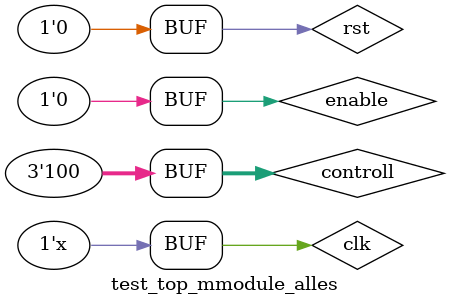
<source format=v>
`timescale 1ns / 1ps


module test_top_mmodule_alles;

	// Inputs
	reg rst;
	reg clk;
	reg enable;
	reg [2:0] controll;

	// Instantiate the Unit Under Test (UUT)
	alles_test uut (
		.rst(rst), 
		.clk(clk), 
		.enable(enable), 
		.controll(controll)
	);
	
`define IDLE 3'b000
`define WRITE_CMD 3'b001
`define RD_STATUS 3'b010
`define WR_DATA 3'b011
`define RD_DATA 3'b100

	initial begin
		// Initialize Inputs
		rst = 1;
		clk = 1;
		enable = 0;
		controll = 0;

		// Wait 100 ns for global reset to finish
		#100;

        
		// Add stimulus here
		rst = 0;
		#100;
		
		controll = `WRITE_CMD;
		enable = 1;
		#40;
		enable = 0;
		#70;
		
		controll = `RD_STATUS;
		enable = 1;
		#40;
		enable = 0;
		#80;
		
		controll = `WR_DATA;
		enable = 1;
		#320;
		enable = 0;
		
		controll = `RD_STATUS;
		enable = 1;
		#80;
		enable = 0;
		//#20;
		
		controll = `RD_DATA;
		enable = 1;
		#40;
		enable = 0;
		#80;
		

	end
      
		always#5 clk <= ~clk;
endmodule


</source>
